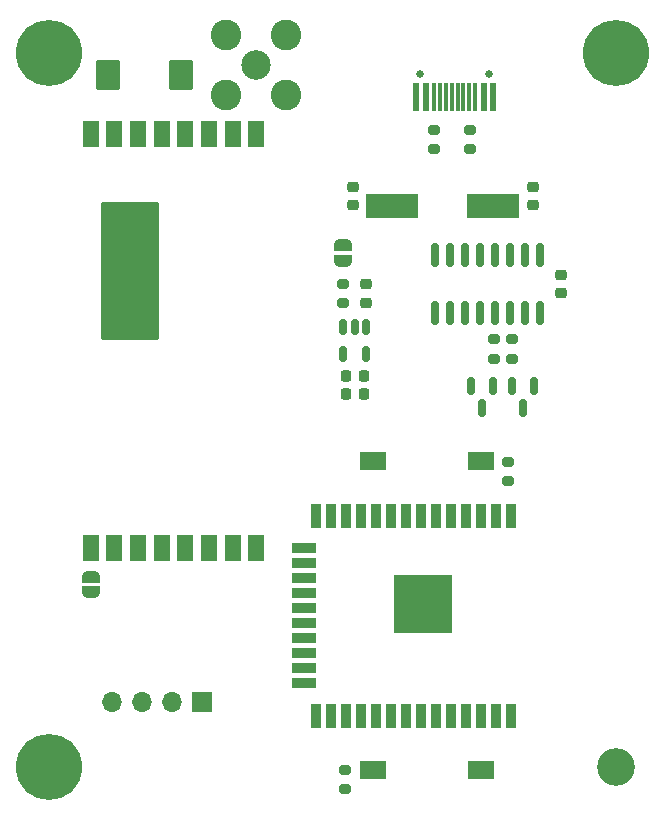
<source format=gts>
G04 #@! TF.GenerationSoftware,KiCad,Pcbnew,6.0.9-1.fc36*
G04 #@! TF.CreationDate,2022-11-14T14:18:14-03:00*
G04 #@! TF.ProjectId,bs_transceiver,62735f74-7261-46e7-9363-65697665722e,Rev 2*
G04 #@! TF.SameCoordinates,Original*
G04 #@! TF.FileFunction,Soldermask,Top*
G04 #@! TF.FilePolarity,Negative*
%FSLAX46Y46*%
G04 Gerber Fmt 4.6, Leading zero omitted, Abs format (unit mm)*
G04 Created by KiCad (PCBNEW 6.0.9-1.fc36) date 2022-11-14 14:18:14*
%MOMM*%
%LPD*%
G01*
G04 APERTURE LIST*
G04 Aperture macros list*
%AMRoundRect*
0 Rectangle with rounded corners*
0 $1 Rounding radius*
0 $2 $3 $4 $5 $6 $7 $8 $9 X,Y pos of 4 corners*
0 Add a 4 corners polygon primitive as box body*
4,1,4,$2,$3,$4,$5,$6,$7,$8,$9,$2,$3,0*
0 Add four circle primitives for the rounded corners*
1,1,$1+$1,$2,$3*
1,1,$1+$1,$4,$5*
1,1,$1+$1,$6,$7*
1,1,$1+$1,$8,$9*
0 Add four rect primitives between the rounded corners*
20,1,$1+$1,$2,$3,$4,$5,0*
20,1,$1+$1,$4,$5,$6,$7,0*
20,1,$1+$1,$6,$7,$8,$9,0*
20,1,$1+$1,$8,$9,$2,$3,0*%
%AMFreePoly0*
4,1,22,0.500000,-0.750000,0.000000,-0.750000,0.000000,-0.745033,-0.079941,-0.743568,-0.215256,-0.701293,-0.333266,-0.622738,-0.424486,-0.514219,-0.481581,-0.384460,-0.499164,-0.250000,-0.500000,-0.250000,-0.500000,0.250000,-0.499164,0.250000,-0.499963,0.256109,-0.478152,0.396186,-0.417904,0.524511,-0.324060,0.630769,-0.204165,0.706417,-0.067858,0.745374,0.000000,0.744959,0.000000,0.750000,
0.500000,0.750000,0.500000,-0.750000,0.500000,-0.750000,$1*%
%AMFreePoly1*
4,1,20,0.000000,0.744959,0.073905,0.744508,0.209726,0.703889,0.328688,0.626782,0.421226,0.519385,0.479903,0.390333,0.500000,0.250000,0.500000,-0.250000,0.499851,-0.262216,0.476331,-0.402017,0.414519,-0.529596,0.319384,-0.634700,0.198574,-0.708877,0.061801,-0.746166,0.000000,-0.745033,0.000000,-0.750000,-0.500000,-0.750000,-0.500000,0.750000,0.000000,0.750000,0.000000,0.744959,
0.000000,0.744959,$1*%
G04 Aperture macros list end*
%ADD10RoundRect,0.150000X-0.150000X0.587500X-0.150000X-0.587500X0.150000X-0.587500X0.150000X0.587500X0*%
%ADD11C,5.600000*%
%ADD12C,3.600000*%
%ADD13RoundRect,0.225000X-0.250000X0.225000X-0.250000X-0.225000X0.250000X-0.225000X0.250000X0.225000X0*%
%ADD14R,0.900000X2.000000*%
%ADD15R,2.000000X0.900000*%
%ADD16R,5.000000X5.000000*%
%ADD17R,2.180000X1.600000*%
%ADD18RoundRect,0.225000X0.250000X-0.225000X0.250000X0.225000X-0.250000X0.225000X-0.250000X-0.225000X0*%
%ADD19R,4.500000X2.000000*%
%ADD20FreePoly0,270.000000*%
%ADD21FreePoly1,270.000000*%
%ADD22RoundRect,0.200000X0.275000X-0.200000X0.275000X0.200000X-0.275000X0.200000X-0.275000X-0.200000X0*%
%ADD23RoundRect,0.225000X0.225000X0.250000X-0.225000X0.250000X-0.225000X-0.250000X0.225000X-0.250000X0*%
%ADD24RoundRect,0.200000X-0.275000X0.200000X-0.275000X-0.200000X0.275000X-0.200000X0.275000X0.200000X0*%
%ADD25RoundRect,0.150000X-0.150000X0.825000X-0.150000X-0.825000X0.150000X-0.825000X0.150000X0.825000X0*%
%ADD26C,3.200000*%
%ADD27RoundRect,0.063500X0.650000X-1.000000X0.650000X1.000000X-0.650000X1.000000X-0.650000X-1.000000X0*%
%ADD28RoundRect,0.063500X2.350000X-5.750000X2.350000X5.750000X-2.350000X5.750000X-2.350000X-5.750000X0*%
%ADD29RoundRect,0.250000X0.787500X1.025000X-0.787500X1.025000X-0.787500X-1.025000X0.787500X-1.025000X0*%
%ADD30RoundRect,0.150000X-0.150000X0.512500X-0.150000X-0.512500X0.150000X-0.512500X0.150000X0.512500X0*%
%ADD31C,2.500000*%
%ADD32C,2.600000*%
%ADD33R,1.700000X1.700000*%
%ADD34O,1.700000X1.700000*%
%ADD35C,0.650000*%
%ADD36R,0.600000X2.450000*%
%ADD37R,0.300000X2.450000*%
G04 APERTURE END LIST*
D10*
X44587200Y-31701500D03*
X42687200Y-31701500D03*
X43637200Y-33576500D03*
D11*
X3500000Y-3500000D03*
D12*
X3500000Y-3500000D03*
D13*
X46837600Y-22313600D03*
X46837600Y-23863600D03*
D14*
X42646600Y-42681000D03*
X41376600Y-42681000D03*
X40106600Y-42681000D03*
X38836600Y-42681000D03*
X37566600Y-42681000D03*
X36296600Y-42681000D03*
X35026600Y-42681000D03*
X33756600Y-42681000D03*
X32486600Y-42681000D03*
X31216600Y-42681000D03*
X29946600Y-42681000D03*
X28676600Y-42681000D03*
X27406600Y-42681000D03*
X26136600Y-42681000D03*
D15*
X25136600Y-45466000D03*
X25136600Y-46736000D03*
X25136600Y-48006000D03*
X25136600Y-49276000D03*
X25136600Y-50546000D03*
X25136600Y-51816000D03*
X25136600Y-53086000D03*
X25136600Y-54356000D03*
X25136600Y-55626000D03*
X25136600Y-56896000D03*
D14*
X26136600Y-59681000D03*
X27406600Y-59681000D03*
X28676600Y-59681000D03*
X29946600Y-59681000D03*
X31216600Y-59681000D03*
X32486600Y-59681000D03*
X33756600Y-59681000D03*
X35026600Y-59681000D03*
X36296600Y-59681000D03*
X37566600Y-59681000D03*
X38836600Y-59681000D03*
X40106600Y-59681000D03*
X41376600Y-59681000D03*
X42646600Y-59681000D03*
D16*
X35146600Y-50181000D03*
D17*
X30911400Y-64185800D03*
X40091400Y-64185800D03*
D18*
X29210000Y-16421400D03*
X29210000Y-14871400D03*
D19*
X41080000Y-16433800D03*
X32580000Y-16433800D03*
D20*
X7035800Y-47853600D03*
D21*
X7035800Y-49153600D03*
D22*
X28592600Y-65835800D03*
X28592600Y-64185800D03*
D23*
X30162800Y-30835600D03*
X28612800Y-30835600D03*
D13*
X44450000Y-14871400D03*
X44450000Y-16421400D03*
D17*
X40091400Y-38074600D03*
X30911400Y-38074600D03*
D24*
X42672000Y-27750000D03*
X42672000Y-29400000D03*
X28422600Y-23051000D03*
X28422600Y-24701000D03*
X41148000Y-27750000D03*
X41148000Y-29400000D03*
X39116000Y-9995400D03*
X39116000Y-11645400D03*
D25*
X45085000Y-20600600D03*
X43815000Y-20600600D03*
X42545000Y-20600600D03*
X41275000Y-20600600D03*
X40005000Y-20600600D03*
X38735000Y-20600600D03*
X37465000Y-20600600D03*
X36195000Y-20600600D03*
X36195000Y-25550600D03*
X37465000Y-25550600D03*
X38735000Y-25550600D03*
X40005000Y-25550600D03*
X41275000Y-25550600D03*
X42545000Y-25550600D03*
X43815000Y-25550600D03*
X45085000Y-25550600D03*
D26*
X51500000Y-64000000D03*
D10*
X41107400Y-31699200D03*
X39207400Y-31699200D03*
X40157400Y-33574200D03*
D27*
X21046200Y-10389200D03*
X19046200Y-10389200D03*
X17046200Y-10389200D03*
X15046200Y-10389200D03*
X13046200Y-10389200D03*
X11046200Y-10389200D03*
X9046200Y-10389200D03*
X7046200Y-10389200D03*
X7046200Y-45389200D03*
X9046200Y-45389200D03*
X11046200Y-45389200D03*
X13046200Y-45389200D03*
X15046200Y-45389200D03*
X17046200Y-45389200D03*
X19046200Y-45389200D03*
X21046200Y-45389200D03*
D28*
X10396200Y-21956700D03*
D29*
X14720300Y-5410200D03*
X8495300Y-5410200D03*
D11*
X51500000Y-3500000D03*
D12*
X51500000Y-3500000D03*
D22*
X42359400Y-39763200D03*
X42359400Y-38113200D03*
D30*
X30337800Y-26751700D03*
X29387800Y-26751700D03*
X28437800Y-26751700D03*
X28437800Y-29026700D03*
X30337800Y-29026700D03*
D18*
X30353000Y-24651000D03*
X30353000Y-23101000D03*
D12*
X3500000Y-64000000D03*
D11*
X3500000Y-64000000D03*
D31*
X21031200Y-4546600D03*
D32*
X18491200Y-2006600D03*
X23571200Y-7086600D03*
X23571200Y-2006600D03*
X18491200Y-7086600D03*
D20*
X28397200Y-19797000D03*
D21*
X28397200Y-21097000D03*
D33*
X16500000Y-58470800D03*
D34*
X13960000Y-58470800D03*
X11420000Y-58470800D03*
X8880000Y-58470800D03*
D24*
X36093400Y-9995400D03*
X36093400Y-11645400D03*
D35*
X40736000Y-5271800D03*
X34956000Y-5271800D03*
D36*
X41071000Y-7216800D03*
X40296000Y-7216800D03*
D37*
X39596000Y-7216800D03*
X39096000Y-7216800D03*
X38596000Y-7216800D03*
X38096000Y-7216800D03*
X37596000Y-7216800D03*
X37096000Y-7216800D03*
X36596000Y-7216800D03*
X36096000Y-7216800D03*
D36*
X35396000Y-7216800D03*
X34621000Y-7216800D03*
D23*
X30162800Y-32359600D03*
X28612800Y-32359600D03*
M02*

</source>
